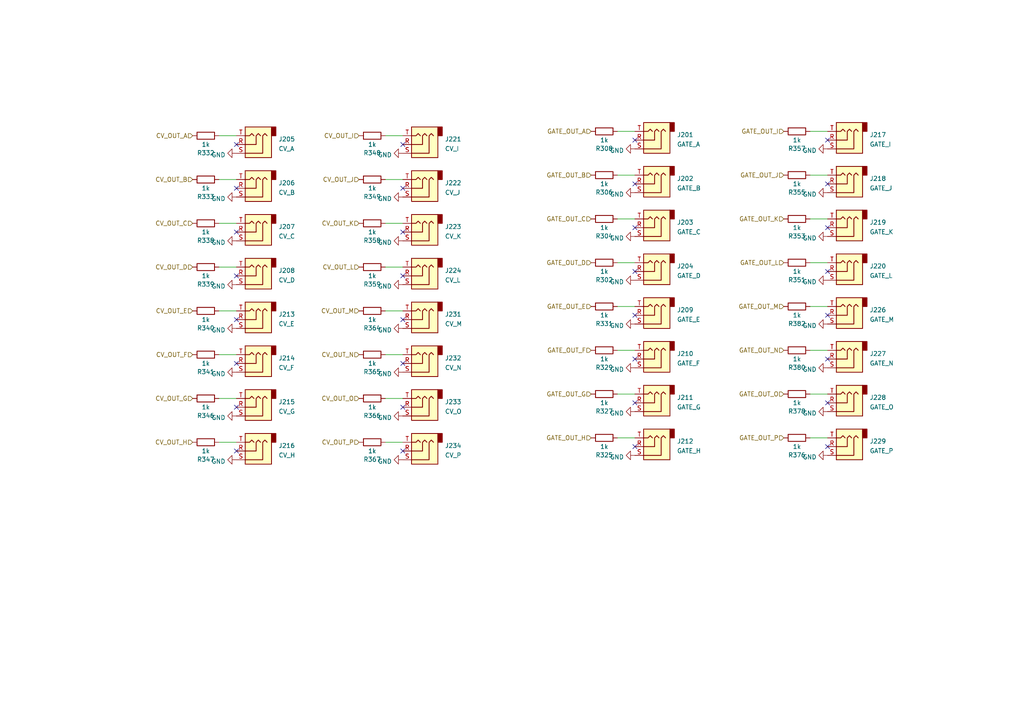
<source format=kicad_sch>
(kicad_sch (version 20211123) (generator eeschema)
  (paper "A4")
  (title_block (title "Eurorack MIDI 16x16 CV Gate") (date "2022-05-14") (rev "1.0") (company "RobotDialogs"))
  (lib_symbols
    (symbol "Connector:AudioJack3"
      (property "Reference" "J" (at 0 8.89 0))
      (property "Value" "AudioJack3" (at 0 6.35 0))
      (symbol "AudioJack3_0_1"
        (rectangle (start -5.08 -5.08) (end -6.35 -2.54) (stroke (width 0.254)) (fill (type outline)))
        (polyline (pts (xy 0 -2.54) (xy 0.635 -3.175) (xy 1.27 -2.54) (xy 2.54 -2.54)) (stroke (width 0.254)))
        (polyline (pts (xy -1.905 -2.54) (xy -1.27 -3.175) (xy -0.635 -2.54) (xy -0.635 0) (xy 2.54 0)) (stroke (width 0.254)))
        (polyline (pts (xy 2.54 2.54) (xy -2.54 2.54) (xy -2.54 -2.54) (xy -3.175 -3.175) (xy -3.81 -2.54)) (stroke (width 0.254)))
        (rectangle (start 2.54 3.81) (end -5.08 -5.08) (stroke (width 0.254)) (fill (type background)))
      )
      (symbol "AudioJack3_1_1"
        (pin passive line (at 5.08 0 180) (length 2.54) (name "~") (number "R"))
        (pin passive line (at 5.08 2.54 180) (length 2.54) (name "~") (number "S"))
        (pin passive line (at 5.08 -2.54 180) (length 2.54) (name "~") (number "T"))
      )
    )
    (symbol "Device:R" (pin_numbers hide) (pin_names (offset 0))
      (property "Reference" "R" (at 2.032 0 90))
      (property "Value" "R" (at 0 0 90))
      (symbol "R_0_1"
        (rectangle (start -1.016 -2.54) (end 1.016 2.54) (stroke (width 0.254)))
      )
      (symbol "R_1_1"
        (pin passive line (at 0 3.81 270) (length 1.27) (name "~") (number "1"))
        (pin passive line (at 0 -3.81 90) (length 1.27) (name "~") (number "2"))
      )
    )
    (symbol "power:GND" (power) (pin_names (offset 0))
      (property "Value" "GND" (at 0 -3.81 0))
      (symbol "GND_0_1"
        (polyline (pts (xy 0 0) (xy 0 -1.27) (xy 1.27 -1.27) (xy 0 -2.54) (xy -1.27 -1.27) (xy 0 -1.27)))
      )
      (symbol "GND_1_1"
        (pin power_in line (at 0 0 270) (length 0) hide (name "GND") (number "1"))
      )
    )
  )
  (no_connect (at 184.15 78.74))
  (no_connect (at 184.15 66.04))
  (no_connect (at 184.15 104.14))
  (no_connect (at 116.84 80.01))
  (no_connect (at 116.84 92.71))
  (no_connect (at 68.58 130.81))
  (no_connect (at 68.58 80.01))
  (no_connect (at 68.58 92.71))
  (no_connect (at 116.84 118.11))
  (no_connect (at 116.84 130.81))
  (no_connect (at 116.84 105.41))
  (no_connect (at 68.58 118.11))
  (no_connect (at 68.58 105.41))
  (no_connect (at 116.84 41.91))
  (no_connect (at 116.84 54.61))
  (no_connect (at 68.58 67.31))
  (no_connect (at 68.58 54.61))
  (no_connect (at 116.84 67.31))
  (no_connect (at 68.58 41.91))
  (no_connect (at 240.03 129.54))
  (no_connect (at 240.03 40.64))
  (no_connect (at 184.15 116.84))
  (no_connect (at 240.03 78.74))
  (no_connect (at 184.15 129.54))
  (no_connect (at 240.03 66.04))
  (no_connect (at 240.03 116.84))
  (no_connect (at 240.03 91.44))
  (no_connect (at 240.03 53.34))
  (no_connect (at 184.15 40.64))
  (no_connect (at 184.15 91.44))
  (no_connect (at 184.15 53.34))
  (no_connect (at 240.03 104.14))
  (wire (pts (xy 234.95 63.5) (xy 240.03 63.5)))
  (wire (pts (xy 234.95 50.8) (xy 240.03 50.8)))
  (wire (pts (xy 63.5 77.47) (xy 68.58 77.47)))
  (wire (pts (xy 234.95 88.9) (xy 240.03 88.9)))
  (wire (pts (xy 111.76 39.37) (xy 116.84 39.37)))
  (wire (pts (xy 179.07 114.3) (xy 184.15 114.3)))
  (wire (pts (xy 234.95 76.2) (xy 240.03 76.2)))
  (wire (pts (xy 111.76 102.87) (xy 116.84 102.87)))
  (wire (pts (xy 111.76 64.77) (xy 116.84 64.77)))
  (wire (pts (xy 179.07 76.2) (xy 184.15 76.2)))
  (wire (pts (xy 111.76 77.47) (xy 116.84 77.47)))
  (wire (pts (xy 63.5 115.57) (xy 68.58 115.57)))
  (wire (pts (xy 179.07 127) (xy 184.15 127)))
  (wire (pts (xy 234.95 127) (xy 240.03 127)))
  (wire (pts (xy 63.5 39.37) (xy 68.58 39.37)))
  (wire (pts (xy 234.95 101.6) (xy 240.03 101.6)))
  (wire (pts (xy 179.07 101.6) (xy 184.15 101.6)))
  (wire (pts (xy 111.76 52.07) (xy 116.84 52.07)))
  (wire (pts (xy 179.07 38.1) (xy 184.15 38.1)))
  (wire (pts (xy 179.07 88.9) (xy 184.15 88.9)))
  (wire (pts (xy 234.95 38.1) (xy 240.03 38.1)))
  (wire (pts (xy 179.07 63.5) (xy 184.15 63.5)))
  (wire (pts (xy 63.5 128.27) (xy 68.58 128.27)))
  (wire (pts (xy 63.5 52.07) (xy 68.58 52.07)))
  (wire (pts (xy 234.95 114.3) (xy 240.03 114.3)))
  (wire (pts (xy 111.76 115.57) (xy 116.84 115.57)))
  (wire (pts (xy 111.76 90.17) (xy 116.84 90.17)))
  (wire (pts (xy 179.07 50.8) (xy 184.15 50.8)))
  (wire (pts (xy 63.5 64.77) (xy 68.58 64.77)))
  (wire (pts (xy 63.5 102.87) (xy 68.58 102.87)))
  (wire (pts (xy 111.76 128.27) (xy 116.84 128.27)))
  (wire (pts (xy 63.5 90.17) (xy 68.58 90.17)))
  (hierarchical_label "GATE_OUT_B" (shape input) (at 171.45 50.8 180))
  (hierarchical_label "CV_OUT_D" (shape input) (at 55.88 77.47 180))
  (hierarchical_label "GATE_OUT_H" (shape input) (at 171.45 127 180))
  (hierarchical_label "CV_OUT_N" (shape input) (at 104.14 102.87 180))
  (hierarchical_label "CV_OUT_L" (shape input) (at 104.14 77.47 180))
  (hierarchical_label "GATE_OUT_C" (shape input) (at 171.45 63.5 180))
  (hierarchical_label "GATE_OUT_A" (shape input) (at 171.45 38.1 180))
  (hierarchical_label "GATE_OUT_N" (shape input) (at 227.33 101.6 180))
  (hierarchical_label "GATE_OUT_D" (shape input) (at 171.45 76.2 180))
  (hierarchical_label "CV_OUT_F" (shape input) (at 55.88 102.87 180))
  (hierarchical_label "GATE_OUT_G" (shape input) (at 171.45 114.3 180))
  (hierarchical_label "CV_OUT_K" (shape input) (at 104.14 64.77 180))
  (hierarchical_label "GATE_OUT_P" (shape input) (at 227.33 127 180))
  (hierarchical_label "GATE_OUT_O" (shape input) (at 227.33 114.3 180))
  (hierarchical_label "CV_OUT_H" (shape input) (at 55.88 128.27 180))
  (hierarchical_label "CV_OUT_G" (shape input) (at 55.88 115.57 180))
  (hierarchical_label "GATE_OUT_F" (shape input) (at 171.45 101.6 180))
  (hierarchical_label "GATE_OUT_E" (shape input) (at 171.45 88.9 180))
  (hierarchical_label "GATE_OUT_L" (shape input) (at 227.33 76.2 180))
  (hierarchical_label "CV_OUT_B" (shape input) (at 55.88 52.07 180))
  (hierarchical_label "GATE_OUT_I" (shape input) (at 227.33 38.1 180))
  (hierarchical_label "CV_OUT_I" (shape input) (at 104.14 39.37 180))
  (hierarchical_label "GATE_OUT_J" (shape input) (at 227.33 50.8 180))
  (hierarchical_label "CV_OUT_J" (shape input) (at 104.14 52.07 180))
  (hierarchical_label "GATE_OUT_K" (shape input) (at 227.33 63.5 180))
  (hierarchical_label "CV_OUT_E" (shape input) (at 55.88 90.17 180))
  (hierarchical_label "GATE_OUT_M" (shape input) (at 227.33 88.9 180))
  (hierarchical_label "CV_OUT_M" (shape input) (at 104.14 90.17 180))
  (hierarchical_label "CV_OUT_P" (shape input) (at 104.14 128.27 180))
  (hierarchical_label "CV_OUT_A" (shape input) (at 55.88 39.37 180))
  (hierarchical_label "CV_OUT_O" (shape input) (at 104.14 115.57 180))
  (hierarchical_label "CV_OUT_C" (shape input) (at 55.88 64.77 180))
  (symbol (lib_id "Connector:AudioJack3") (at 189.23 66.04 180) (unit 1)
    (property "Reference" "J203" (at 196.342 64.4965 0) (effects (justify right)))
    (property "Value" "GATE_C" (at 196.342 67.2716 0) (effects (justify right)))
    (property "Footprint" "My Stuff:Jack_3.5mm_MJ-355W_Vertical" (effects hide))
  )
  (symbol (lib_id "Device:R") (at 59.69 52.07 270) (unit 1)
    (property "Reference" "R333" (at 59.69 57.0525 90))
    (property "Value" "1k" (at 59.69 54.61 90))
    (property "Footprint" "Resistor_SMD:R_1206_3216Metric_Pad1.30x1.75mm_HandSolder" (effects hide))
  )
  (symbol (lib_id "Connector:AudioJack3") (at 121.92 80.01 180) (unit 1)
    (property "Reference" "J224" (at 129.032 78.4665 0) (effects (justify right)))
    (property "Value" "CV_L" (at 129.032 81.2416 0) (effects (justify right)))
    (property "Footprint" "My Stuff:Jack_3.5mm_MJ-355W_Vertical" (effects hide))
  )
  (symbol (lib_id "power:GND") (at 184.15 93.98 270) (unit 1)
    (property "Reference" "#PWR0175" (effects hide))
    (property "Value" "GND" (at 180.9751 94.459 90) (effects (justify right)))
  )
  (symbol (lib_id "Connector:AudioJack3") (at 245.11 53.34 180) (unit 1)
    (property "Reference" "J218" (at 252.222 51.7965 0) (effects (justify right)))
    (property "Value" "GATE_J" (at 252.222 54.5716 0) (effects (justify right)))
    (property "Footprint" "My Stuff:Jack_3.5mm_MJ-355W_Vertical" (effects hide))
  )
  (symbol (lib_id "power:GND") (at 116.84 69.85 270) (unit 1)
    (property "Reference" "#PWR0165" (effects hide))
    (property "Value" "GND" (at 113.6651 70.329 90) (effects (justify right)))
  )
  (symbol (lib_id "Connector:AudioJack3") (at 245.11 40.64 180) (unit 1)
    (property "Reference" "J217" (at 252.222 39.0965 0) (effects (justify right)))
    (property "Value" "GATE_I" (at 252.222 41.8716 0) (effects (justify right)))
    (property "Footprint" "My Stuff:Jack_3.5mm_MJ-355W_Vertical" (effects hide))
  )
  (symbol (lib_id "power:GND") (at 116.84 82.55 270) (unit 1)
    (property "Reference" "#PWR0166" (effects hide))
    (property "Value" "GND" (at 113.6651 83.029 90) (effects (justify right)))
  )
  (symbol (lib_id "Connector:AudioJack3") (at 121.92 118.11 180) (unit 1)
    (property "Reference" "J233" (at 129.032 116.5665 0) (effects (justify right)))
    (property "Value" "CV_O" (at 129.032 119.3416 0) (effects (justify right)))
    (property "Footprint" "My Stuff:Jack_3.5mm_MJ-355W_Vertical" (effects hide))
  )
  (symbol (lib_id "Device:R") (at 59.69 64.77 270) (unit 1)
    (property "Reference" "R338" (at 59.69 69.7525 90))
    (property "Value" "1k" (at 59.69 67.31 90))
    (property "Footprint" "Resistor_SMD:R_1206_3216Metric_Pad1.30x1.75mm_HandSolder" (effects hide))
  )
  (symbol (lib_id "Connector:AudioJack3") (at 121.92 130.81 180) (unit 1)
    (property "Reference" "J234" (at 129.032 129.2665 0) (effects (justify right)))
    (property "Value" "CV_P" (at 129.032 132.0416 0) (effects (justify right)))
    (property "Footprint" "My Stuff:Jack_3.5mm_MJ-355W_Vertical" (effects hide))
  )
  (symbol (lib_id "Connector:AudioJack3") (at 73.66 80.01 180) (unit 1)
    (property "Reference" "J208" (at 80.772 78.4665 0) (effects (justify right)))
    (property "Value" "CV_D" (at 80.772 81.2416 0) (effects (justify right)))
    (property "Footprint" "My Stuff:Jack_3.5mm_MJ-355W_Vertical" (effects hide))
  )
  (symbol (lib_id "power:GND") (at 184.15 81.28 270) (unit 1)
    (property "Reference" "#PWR0174" (effects hide))
    (property "Value" "GND" (at 180.9751 81.759 90) (effects (justify right)))
  )
  (symbol (lib_id "Connector:AudioJack3") (at 189.23 116.84 180) (unit 1)
    (property "Reference" "J211" (at 196.342 115.2965 0) (effects (justify right)))
    (property "Value" "GATE_G" (at 196.342 118.0716 0) (effects (justify right)))
    (property "Footprint" "My Stuff:Jack_3.5mm_MJ-355W_Vertical" (effects hide))
  )
  (symbol (lib_id "Device:R") (at 107.95 90.17 270) (unit 1)
    (property "Reference" "R364" (at 107.95 95.1525 90))
    (property "Value" "1k" (at 107.95 92.71 90))
    (property "Footprint" "Resistor_SMD:R_1206_3216Metric_Pad1.30x1.75mm_HandSolder" (effects hide))
  )
  (symbol (lib_id "power:GND") (at 116.84 133.35 270) (unit 1)
    (property "Reference" "#PWR0170" (effects hide))
    (property "Value" "GND" (at 113.6651 133.829 90) (effects (justify right)))
  )
  (symbol (lib_id "power:GND") (at 240.03 132.08 270) (unit 1)
    (property "Reference" "#PWR0186" (effects hide))
    (property "Value" "GND" (at 236.8551 132.559 90) (effects (justify right)))
  )
  (symbol (lib_id "Connector:AudioJack3") (at 189.23 129.54 180) (unit 1)
    (property "Reference" "J212" (at 196.342 127.9965 0) (effects (justify right)))
    (property "Value" "GATE_H" (at 196.342 130.7716 0) (effects (justify right)))
    (property "Footprint" "My Stuff:Jack_3.5mm_MJ-355W_Vertical" (effects hide))
  )
  (symbol (lib_id "Device:R") (at 231.14 76.2 270) (unit 1)
    (property "Reference" "R351" (at 231.14 81.1825 90))
    (property "Value" "1k" (at 231.14 78.74 90))
    (property "Footprint" "Resistor_SMD:R_1206_3216Metric_Pad1.30x1.75mm_HandSolder" (effects hide))
  )
  (symbol (lib_id "Connector:AudioJack3") (at 189.23 40.64 180) (unit 1)
    (property "Reference" "J201" (at 196.342 39.0965 0) (effects (justify right)))
    (property "Value" "GATE_A" (at 196.342 41.8716 0) (effects (justify right)))
    (property "Footprint" "My Stuff:Jack_3.5mm_MJ-355W_Vertical" (effects hide))
  )
  (symbol (lib_id "Connector:AudioJack3") (at 121.92 105.41 180) (unit 1)
    (property "Reference" "J232" (at 129.032 103.8665 0) (effects (justify right)))
    (property "Value" "CV_N" (at 129.032 106.6416 0) (effects (justify right)))
    (property "Footprint" "My Stuff:Jack_3.5mm_MJ-355W_Vertical" (effects hide))
  )
  (symbol (lib_id "Connector:AudioJack3") (at 245.11 104.14 180) (unit 1)
    (property "Reference" "J227" (at 252.222 102.5965 0) (effects (justify right)))
    (property "Value" "GATE_N" (at 252.222 105.3716 0) (effects (justify right)))
    (property "Footprint" "My Stuff:Jack_3.5mm_MJ-355W_Vertical" (effects hide))
  )
  (symbol (lib_id "Device:R") (at 107.95 39.37 270) (unit 1)
    (property "Reference" "R348" (at 107.95 44.3525 90))
    (property "Value" "1k" (at 107.95 41.91 90))
    (property "Footprint" "Resistor_SMD:R_1206_3216Metric_Pad1.30x1.75mm_HandSolder" (effects hide))
  )
  (symbol (lib_id "Device:R") (at 175.26 50.8 270) (unit 1)
    (property "Reference" "R306" (at 175.26 55.7825 90))
    (property "Value" "1k" (at 175.26 53.34 90))
    (property "Footprint" "Resistor_SMD:R_1206_3216Metric_Pad1.30x1.75mm_HandSolder" (effects hide))
  )
  (symbol (lib_id "Device:R") (at 59.69 102.87 270) (unit 1)
    (property "Reference" "R341" (at 59.69 107.8525 90))
    (property "Value" "1k" (at 59.69 105.41 90))
    (property "Footprint" "Resistor_SMD:R_1206_3216Metric_Pad1.30x1.75mm_HandSolder" (effects hide))
  )
  (symbol (lib_id "Device:R") (at 231.14 127 270) (unit 1)
    (property "Reference" "R376" (at 231.14 131.9825 90))
    (property "Value" "1k" (at 231.14 129.54 90))
    (property "Footprint" "Resistor_SMD:R_1206_3216Metric_Pad1.30x1.75mm_HandSolder" (effects hide))
  )
  (symbol (lib_id "Connector:AudioJack3") (at 189.23 78.74 180) (unit 1)
    (property "Reference" "J204" (at 196.342 77.1965 0) (effects (justify right)))
    (property "Value" "GATE_D" (at 196.342 79.9716 0) (effects (justify right)))
    (property "Footprint" "My Stuff:Jack_3.5mm_MJ-355W_Vertical" (effects hide))
  )
  (symbol (lib_id "Device:R") (at 107.95 102.87 270) (unit 1)
    (property "Reference" "R365" (at 107.95 107.8525 90))
    (property "Value" "1k" (at 107.95 105.41 90))
    (property "Footprint" "Resistor_SMD:R_1206_3216Metric_Pad1.30x1.75mm_HandSolder" (effects hide))
  )
  (symbol (lib_id "Device:R") (at 59.69 115.57 270) (unit 1)
    (property "Reference" "R346" (at 59.69 120.5525 90))
    (property "Value" "1k" (at 59.69 118.11 90))
    (property "Footprint" "Resistor_SMD:R_1206_3216Metric_Pad1.30x1.75mm_HandSolder" (effects hide))
  )
  (symbol (lib_id "power:GND") (at 116.84 44.45 270) (unit 1)
    (property "Reference" "#PWR0163" (effects hide))
    (property "Value" "GND" (at 113.6651 44.929 90) (effects (justify right)))
  )
  (symbol (lib_id "Device:R") (at 231.14 38.1 270) (unit 1)
    (property "Reference" "R357" (at 231.14 43.0825 90))
    (property "Value" "1k" (at 231.14 40.64 90))
    (property "Footprint" "Resistor_SMD:R_1206_3216Metric_Pad1.30x1.75mm_HandSolder" (effects hide))
  )
  (symbol (lib_id "power:GND") (at 116.84 120.65 270) (unit 1)
    (property "Reference" "#PWR0169" (effects hide))
    (property "Value" "GND" (at 113.6651 121.129 90) (effects (justify right)))
  )
  (symbol (lib_id "Device:R") (at 175.26 101.6 270) (unit 1)
    (property "Reference" "R329" (at 175.26 106.5825 90))
    (property "Value" "1k" (at 175.26 104.14 90))
    (property "Footprint" "Resistor_SMD:R_1206_3216Metric_Pad1.30x1.75mm_HandSolder" (effects hide))
  )
  (symbol (lib_id "power:GND") (at 116.84 57.15 270) (unit 1)
    (property "Reference" "#PWR0164" (effects hide))
    (property "Value" "GND" (at 113.6651 57.629 90) (effects (justify right)))
  )
  (symbol (lib_id "Device:R") (at 231.14 88.9 270) (unit 1)
    (property "Reference" "R382" (at 231.14 93.8825 90))
    (property "Value" "1k" (at 231.14 91.44 90))
    (property "Footprint" "Resistor_SMD:R_1206_3216Metric_Pad1.30x1.75mm_HandSolder" (effects hide))
  )
  (symbol (lib_id "Connector:AudioJack3") (at 73.66 105.41 180) (unit 1)
    (property "Reference" "J214" (at 80.772 103.8665 0) (effects (justify right)))
    (property "Value" "CV_F" (at 80.772 106.6416 0) (effects (justify right)))
    (property "Footprint" "My Stuff:Jack_3.5mm_MJ-355W_Vertical" (effects hide))
  )
  (symbol (lib_id "Device:R") (at 175.26 76.2 270) (unit 1)
    (property "Reference" "R302" (at 175.26 81.1825 90))
    (property "Value" "1k" (at 175.26 78.74 90))
    (property "Footprint" "Resistor_SMD:R_1206_3216Metric_Pad1.30x1.75mm_HandSolder" (effects hide))
  )
  (symbol (lib_id "Device:R") (at 175.26 63.5 270) (unit 1)
    (property "Reference" "R304" (at 175.26 68.4825 90))
    (property "Value" "1k" (at 175.26 66.04 90))
    (property "Footprint" "Resistor_SMD:R_1206_3216Metric_Pad1.30x1.75mm_HandSolder" (effects hide))
  )
  (symbol (lib_id "Connector:AudioJack3") (at 73.66 118.11 180) (unit 1)
    (property "Reference" "J215" (at 80.772 116.5665 0) (effects (justify right)))
    (property "Value" "CV_G" (at 80.772 119.3416 0) (effects (justify right)))
    (property "Footprint" "My Stuff:Jack_3.5mm_MJ-355W_Vertical" (effects hide))
  )
  (symbol (lib_id "power:GND") (at 184.15 119.38 270) (unit 1)
    (property "Reference" "#PWR0177" (effects hide))
    (property "Value" "GND" (at 180.9751 119.859 90) (effects (justify right)))
  )
  (symbol (lib_id "Device:R") (at 59.69 77.47 270) (unit 1)
    (property "Reference" "R339" (at 59.69 82.4525 90))
    (property "Value" "1k" (at 59.69 80.01 90))
    (property "Footprint" "Resistor_SMD:R_1206_3216Metric_Pad1.30x1.75mm_HandSolder" (effects hide))
  )
  (symbol (lib_id "Connector:AudioJack3") (at 121.92 41.91 180) (unit 1)
    (property "Reference" "J221" (at 129.032 40.3665 0) (effects (justify right)))
    (property "Value" "CV_I" (at 129.032 43.1416 0) (effects (justify right)))
    (property "Footprint" "My Stuff:Jack_3.5mm_MJ-355W_Vertical" (effects hide))
  )
  (symbol (lib_id "Connector:AudioJack3") (at 121.92 92.71 180) (unit 1)
    (property "Reference" "J231" (at 129.032 91.1665 0) (effects (justify right)))
    (property "Value" "CV_M" (at 129.032 93.9416 0) (effects (justify right)))
    (property "Footprint" "My Stuff:Jack_3.5mm_MJ-355W_Vertical" (effects hide))
  )
  (symbol (lib_id "Device:R") (at 231.14 50.8 270) (unit 1)
    (property "Reference" "R355" (at 231.14 55.7825 90))
    (property "Value" "1k" (at 231.14 53.34 90))
    (property "Footprint" "Resistor_SMD:R_1206_3216Metric_Pad1.30x1.75mm_HandSolder" (effects hide))
  )
  (symbol (lib_id "power:GND") (at 116.84 95.25 270) (unit 1)
    (property "Reference" "#PWR0167" (effects hide))
    (property "Value" "GND" (at 113.6651 95.729 90) (effects (justify right)))
  )
  (symbol (lib_id "Connector:AudioJack3") (at 121.92 67.31 180) (unit 1)
    (property "Reference" "J223" (at 129.032 65.7665 0) (effects (justify right)))
    (property "Value" "CV_K" (at 129.032 68.5416 0) (effects (justify right)))
    (property "Footprint" "My Stuff:Jack_3.5mm_MJ-355W_Vertical" (effects hide))
  )
  (symbol (lib_id "power:GND") (at 68.58 69.85 270) (unit 1)
    (property "Reference" "#PWR0157" (effects hide))
    (property "Value" "GND" (at 65.4051 70.329 90) (effects (justify right)))
  )
  (symbol (lib_id "Device:R") (at 59.69 90.17 270) (unit 1)
    (property "Reference" "R340" (at 59.69 95.1525 90))
    (property "Value" "1k" (at 59.69 92.71 90))
    (property "Footprint" "Resistor_SMD:R_1206_3216Metric_Pad1.30x1.75mm_HandSolder" (effects hide))
  )
  (symbol (lib_id "Device:R") (at 175.26 114.3 270) (unit 1)
    (property "Reference" "R327" (at 175.26 119.2825 90))
    (property "Value" "1k" (at 175.26 116.84 90))
    (property "Footprint" "Resistor_SMD:R_1206_3216Metric_Pad1.30x1.75mm_HandSolder" (effects hide))
  )
  (symbol (lib_id "Connector:AudioJack3") (at 189.23 104.14 180) (unit 1)
    (property "Reference" "J210" (at 196.342 102.5965 0) (effects (justify right)))
    (property "Value" "GATE_F" (at 196.342 105.3716 0) (effects (justify right)))
    (property "Footprint" "My Stuff:Jack_3.5mm_MJ-355W_Vertical" (effects hide))
  )
  (symbol (lib_id "Connector:AudioJack3") (at 189.23 53.34 180) (unit 1)
    (property "Reference" "J202" (at 196.342 51.7965 0) (effects (justify right)))
    (property "Value" "GATE_B" (at 196.342 54.5716 0) (effects (justify right)))
    (property "Footprint" "My Stuff:Jack_3.5mm_MJ-355W_Vertical" (effects hide))
  )
  (symbol (lib_id "power:GND") (at 240.03 81.28 270) (unit 1)
    (property "Reference" "#PWR0182" (effects hide))
    (property "Value" "GND" (at 236.8551 81.759 90) (effects (justify right)))
  )
  (symbol (lib_id "power:GND") (at 68.58 82.55 270) (unit 1)
    (property "Reference" "#PWR0158" (effects hide))
    (property "Value" "GND" (at 65.4051 83.029 90) (effects (justify right)))
  )
  (symbol (lib_id "power:GND") (at 240.03 68.58 270) (unit 1)
    (property "Reference" "#PWR0181" (effects hide))
    (property "Value" "GND" (at 236.8551 69.059 90) (effects (justify right)))
  )
  (symbol (lib_id "Connector:AudioJack3") (at 73.66 67.31 180) (unit 1)
    (property "Reference" "J207" (at 80.772 65.7665 0) (effects (justify right)))
    (property "Value" "CV_C" (at 80.772 68.5416 0) (effects (justify right)))
    (property "Footprint" "My Stuff:Jack_3.5mm_MJ-355W_Vertical" (effects hide))
  )
  (symbol (lib_id "Device:R") (at 175.26 127 270) (unit 1)
    (property "Reference" "R325" (at 175.26 131.9825 90))
    (property "Value" "1k" (at 175.26 129.54 90))
    (property "Footprint" "Resistor_SMD:R_1206_3216Metric_Pad1.30x1.75mm_HandSolder" (effects hide))
  )
  (symbol (lib_id "power:GND") (at 68.58 57.15 270) (unit 1)
    (property "Reference" "#PWR0156" (effects hide))
    (property "Value" "GND" (at 65.4051 57.629 90) (effects (justify right)))
  )
  (symbol (lib_id "Connector:AudioJack3") (at 73.66 54.61 180) (unit 1)
    (property "Reference" "J206" (at 80.772 53.0665 0) (effects (justify right)))
    (property "Value" "CV_B" (at 80.772 55.8416 0) (effects (justify right)))
    (property "Footprint" "My Stuff:Jack_3.5mm_MJ-355W_Vertical" (effects hide))
  )
  (symbol (lib_id "Device:R") (at 107.95 64.77 270) (unit 1)
    (property "Reference" "R358" (at 107.95 69.7525 90))
    (property "Value" "1k" (at 107.95 67.31 90))
    (property "Footprint" "Resistor_SMD:R_1206_3216Metric_Pad1.30x1.75mm_HandSolder" (effects hide))
  )
  (symbol (lib_id "power:GND") (at 68.58 44.45 270) (unit 1)
    (property "Reference" "#PWR0155" (effects hide))
    (property "Value" "GND" (at 65.4051 44.929 90) (effects (justify right)))
  )
  (symbol (lib_id "power:GND") (at 184.15 132.08 270) (unit 1)
    (property "Reference" "#PWR0178" (effects hide))
    (property "Value" "GND" (at 180.9751 132.559 90) (effects (justify right)))
  )
  (symbol (lib_id "Connector:AudioJack3") (at 73.66 92.71 180) (unit 1)
    (property "Reference" "J213" (at 80.772 91.1665 0) (effects (justify right)))
    (property "Value" "CV_E" (at 80.772 93.9416 0) (effects (justify right)))
    (property "Footprint" "My Stuff:Jack_3.5mm_MJ-355W_Vertical" (effects hide))
  )
  (symbol (lib_id "Device:R") (at 107.95 115.57 270) (unit 1)
    (property "Reference" "R366" (at 107.95 120.5525 90))
    (property "Value" "1k" (at 107.95 118.11 90))
    (property "Footprint" "Resistor_SMD:R_1206_3216Metric_Pad1.30x1.75mm_HandSolder" (effects hide))
  )
  (symbol (lib_id "power:GND") (at 184.15 68.58 270) (unit 1)
    (property "Reference" "#PWR0173" (effects hide))
    (property "Value" "GND" (at 180.9751 69.059 90) (effects (justify right)))
  )
  (symbol (lib_id "Connector:AudioJack3") (at 245.11 129.54 180) (unit 1)
    (property "Reference" "J229" (at 252.222 127.9965 0) (effects (justify right)))
    (property "Value" "GATE_P" (at 252.222 130.7716 0) (effects (justify right)))
    (property "Footprint" "My Stuff:Jack_3.5mm_MJ-355W_Vertical" (effects hide))
  )
  (symbol (lib_id "power:GND") (at 68.58 95.25 270) (unit 1)
    (property "Reference" "#PWR0159" (effects hide))
    (property "Value" "GND" (at 65.4051 95.729 90) (effects (justify right)))
  )
  (symbol (lib_id "Connector:AudioJack3") (at 245.11 91.44 180) (unit 1)
    (property "Reference" "J226" (at 252.222 89.8965 0) (effects (justify right)))
    (property "Value" "GATE_M" (at 252.222 92.6716 0) (effects (justify right)))
    (property "Footprint" "My Stuff:Jack_3.5mm_MJ-355W_Vertical" (effects hide))
  )
  (symbol (lib_id "Device:R") (at 231.14 114.3 270) (unit 1)
    (property "Reference" "R378" (at 231.14 119.2825 90))
    (property "Value" "1k" (at 231.14 116.84 90))
    (property "Footprint" "Resistor_SMD:R_1206_3216Metric_Pad1.30x1.75mm_HandSolder" (effects hide))
  )
  (symbol (lib_id "power:GND") (at 240.03 43.18 270) (unit 1)
    (property "Reference" "#PWR0179" (effects hide))
    (property "Value" "GND" (at 236.8551 43.659 90) (effects (justify right)))
  )
  (symbol (lib_id "Device:R") (at 231.14 101.6 270) (unit 1)
    (property "Reference" "R380" (at 231.14 106.5825 90))
    (property "Value" "1k" (at 231.14 104.14 90))
    (property "Footprint" "Resistor_SMD:R_1206_3216Metric_Pad1.30x1.75mm_HandSolder" (effects hide))
  )
  (symbol (lib_id "power:GND") (at 68.58 133.35 270) (unit 1)
    (property "Reference" "#PWR0162" (effects hide))
    (property "Value" "GND" (at 65.4051 133.829 90) (effects (justify right)))
  )
  (symbol (lib_id "Connector:AudioJack3") (at 245.11 116.84 180) (unit 1)
    (property "Reference" "J228" (at 252.222 115.2965 0) (effects (justify right)))
    (property "Value" "GATE_O" (at 252.222 118.0716 0) (effects (justify right)))
    (property "Footprint" "My Stuff:Jack_3.5mm_MJ-355W_Vertical" (effects hide))
  )
  (symbol (lib_id "power:GND") (at 240.03 119.38 270) (unit 1)
    (property "Reference" "#PWR0185" (effects hide))
    (property "Value" "GND" (at 236.8551 119.859 90) (effects (justify right)))
  )
  (symbol (lib_id "power:GND") (at 68.58 120.65 270) (unit 1)
    (property "Reference" "#PWR0161" (effects hide))
    (property "Value" "GND" (at 65.4051 121.129 90) (effects (justify right)))
  )
  (symbol (lib_id "Device:R") (at 107.95 52.07 270) (unit 1)
    (property "Reference" "R349" (at 107.95 57.0525 90))
    (property "Value" "1k" (at 107.95 54.61 90))
    (property "Footprint" "Resistor_SMD:R_1206_3216Metric_Pad1.30x1.75mm_HandSolder" (effects hide))
  )
  (symbol (lib_id "Connector:AudioJack3") (at 73.66 41.91 180) (unit 1)
    (property "Reference" "J205" (at 80.772 40.3665 0) (effects (justify right)))
    (property "Value" "CV_A" (at 80.772 43.1416 0) (effects (justify right)))
    (property "Footprint" "My Stuff:Jack_3.5mm_MJ-355W_Vertical" (effects hide))
  )
  (symbol (lib_id "power:GND") (at 116.84 107.95 270) (unit 1)
    (property "Reference" "#PWR0168" (effects hide))
    (property "Value" "GND" (at 113.6651 108.429 90) (effects (justify right)))
  )
  (symbol (lib_id "Device:R") (at 59.69 128.27 270) (unit 1)
    (property "Reference" "R347" (at 59.69 133.2525 90))
    (property "Value" "1k" (at 59.69 130.81 90))
    (property "Footprint" "Resistor_SMD:R_1206_3216Metric_Pad1.30x1.75mm_HandSolder" (effects hide))
  )
  (symbol (lib_id "power:GND") (at 184.15 106.68 270) (unit 1)
    (property "Reference" "#PWR0176" (effects hide))
    (property "Value" "GND" (at 180.9751 107.159 90) (effects (justify right)))
  )
  (symbol (lib_id "power:GND") (at 240.03 55.88 270) (unit 1)
    (property "Reference" "#PWR0180" (effects hide))
    (property "Value" "GND" (at 236.8551 56.359 90) (effects (justify right)))
  )
  (symbol (lib_id "power:GND") (at 240.03 106.68 270) (unit 1)
    (property "Reference" "#PWR0184" (effects hide))
    (property "Value" "GND" (at 236.8551 107.159 90) (effects (justify right)))
  )
  (symbol (lib_id "power:GND") (at 184.15 43.18 270) (unit 1)
    (property "Reference" "#PWR0171" (effects hide))
    (property "Value" "GND" (at 180.9751 43.659 90) (effects (justify right)))
  )
  (symbol (lib_id "Connector:AudioJack3") (at 245.11 66.04 180) (unit 1)
    (property "Reference" "J219" (at 252.222 64.4965 0) (effects (justify right)))
    (property "Value" "GATE_K" (at 252.222 67.2716 0) (effects (justify right)))
    (property "Footprint" "My Stuff:Jack_3.5mm_MJ-355W_Vertical" (effects hide))
  )
  (symbol (lib_id "power:GND") (at 240.03 93.98 270) (unit 1)
    (property "Reference" "#PWR0183" (effects hide))
    (property "Value" "GND" (at 236.8551 94.459 90) (effects (justify right)))
  )
  (symbol (lib_id "Device:R") (at 107.95 128.27 270) (unit 1)
    (property "Reference" "R367" (at 107.95 133.2525 90))
    (property "Value" "1k" (at 107.95 130.81 90))
    (property "Footprint" "Resistor_SMD:R_1206_3216Metric_Pad1.30x1.75mm_HandSolder" (effects hide))
  )
  (symbol (lib_id "Device:R") (at 107.95 77.47 270) (unit 1)
    (property "Reference" "R359" (at 107.95 82.4525 90))
    (property "Value" "1k" (at 107.95 80.01 90))
    (property "Footprint" "Resistor_SMD:R_1206_3216Metric_Pad1.30x1.75mm_HandSolder" (effects hide))
  )
  (symbol (lib_id "Device:R") (at 175.26 88.9 270) (unit 1)
    (property "Reference" "R331" (at 175.26 93.8825 90))
    (property "Value" "1k" (at 175.26 91.44 90))
    (property "Footprint" "Resistor_SMD:R_1206_3216Metric_Pad1.30x1.75mm_HandSolder" (effects hide))
  )
  (symbol (lib_id "Device:R") (at 175.26 38.1 270) (unit 1)
    (property "Reference" "R308" (at 175.26 43.0825 90))
    (property "Value" "1k" (at 175.26 40.64 90))
    (property "Footprint" "Resistor_SMD:R_1206_3216Metric_Pad1.30x1.75mm_HandSolder" (effects hide))
  )
  (symbol (lib_id "Connector:AudioJack3") (at 189.23 91.44 180) (unit 1)
    (property "Reference" "J209" (at 196.342 89.8965 0) (effects (justify right)))
    (property "Value" "GATE_E" (at 196.342 92.6716 0) (effects (justify right)))
    (property "Footprint" "My Stuff:Jack_3.5mm_MJ-355W_Vertical" (effects hide))
  )
  (symbol (lib_id "Connector:AudioJack3") (at 73.66 130.81 180) (unit 1)
    (property "Reference" "J216" (at 80.772 129.2665 0) (effects (justify right)))
    (property "Value" "CV_H" (at 80.772 132.0416 0) (effects (justify right)))
    (property "Footprint" "My Stuff:Jack_3.5mm_MJ-355W_Vertical" (effects hide))
  )
  (symbol (lib_id "power:GND") (at 184.15 55.88 270) (unit 1)
    (property "Reference" "#PWR0172" (effects hide))
    (property "Value" "GND" (at 180.9751 56.359 90) (effects (justify right)))
  )
  (symbol (lib_id "Device:R") (at 59.69 39.37 270) (unit 1)
    (property "Reference" "R332" (at 59.69 44.3525 90))
    (property "Value" "1k" (at 59.69 41.91 90))
    (property "Footprint" "Resistor_SMD:R_1206_3216Metric_Pad1.30x1.75mm_HandSolder" (effects hide))
  )
  (symbol (lib_id "Connector:AudioJack3") (at 121.92 54.61 180) (unit 1)
    (property "Reference" "J222" (at 129.032 53.0665 0) (effects (justify right)))
    (property "Value" "CV_J" (at 129.032 55.8416 0) (effects (justify right)))
    (property "Footprint" "My Stuff:Jack_3.5mm_MJ-355W_Vertical" (effects hide))
  )
  (symbol (lib_id "power:GND") (at 68.58 107.95 270) (unit 1)
    (property "Reference" "#PWR0160" (effects hide))
    (property "Value" "GND" (at 65.4051 108.429 90) (effects (justify right)))
  )
  (symbol (lib_id "Connector:AudioJack3") (at 245.11 78.74 180) (unit 1)
    (property "Reference" "J220" (at 252.222 77.1965 0) (effects (justify right)))
    (property "Value" "GATE_L" (at 252.222 79.9716 0) (effects (justify right)))
    (property "Footprint" "My Stuff:Jack_3.5mm_MJ-355W_Vertical" (effects hide))
  )
  (symbol (lib_id "Device:R") (at 231.14 63.5 270) (unit 1)
    (property "Reference" "R353" (at 231.14 68.4825 90))
    (property "Value" "1k" (at 231.14 66.04 90))
    (property "Footprint" "Resistor_SMD:R_1206_3216Metric_Pad1.30x1.75mm_HandSolder" (effects hide))
  )
)
</source>
